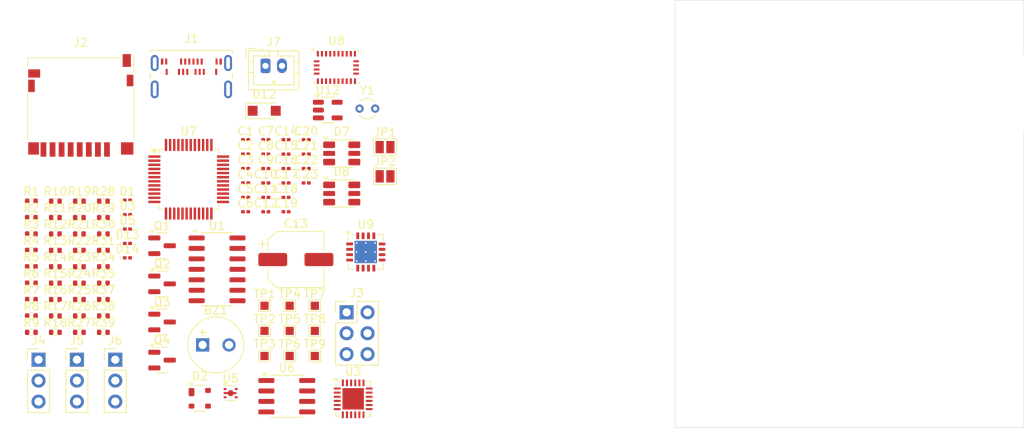
<source format=kicad_pcb>
(kicad_pcb (version 20241229) (generator "pcbnew") (generator_version "9.0")
  (layers (0 "F.Cu" signal) (4 "In1.Cu" signal) (6 "In2.Cu" signal) (2 "B.Cu" signal) (13 "F.Paste" user) (15 "B.Paste" user) (5 "F.SilkS" user "F.Silkscreen") (7 "B.SilkS" user "B.Silkscreen") (1 "F.Mask" user) (3 "B.Mask" user) (25 "Edge.Cuts" user))
  (net 0 "")
  (net 1 "GND")
  (net 2 "+3.3V")
  (net 3 "UPDI")
  (net 4 "CD")
  (net 5 "TX0")
  (net 6 "RX0")
  (net 7 "SDA")
  (net 8 "SCL")
  (net 9 "EJEC_SERVO")
  (net 10 "PA1{slash}MOSI")
  (net 11 "D5")
  (net 12 "D6")
  (net 13 "BUZZER")
  (net 14 "PA0{slash}MISO")
  (net 15 "D4")
  (net 16 "HOLD")
  (net 17 "PORT_SERVO")
  (net 18 "STAR_BLUE")
  (net 19 "STAR_SERVO")
  (net 20 "PORT_GREEN")
  (net 21 "PORT_RED")
  (net 22 "PORT_BLUE")
  (net 23 "+5V")
  (net 24 "Net-(J1-CC2)")
  (net 25 "Net-(D3-K)")
  (net 26 "Net-(D3-A)")
  (net 27 "Net-(D5-A)")
  (net 28 "/RX_UPDI")
  (net 29 "Net-(U9-FB)")
  (net 30 "PA3{slash}SS")
  (net 31 "WP")
  (net 32 "Net-(J1-CC1)")
  (net 33 "D7")
  (net 34 "PA2{slash}SCK")
  (net 35 "STAR_GREEN")
  (net 36 "STAR_RED")
  (net 37 "Net-(L1-Pad2)")
  (net 38 "/TX_UPDI")
  (net 39 "TEMP_SENSOR")
  (net 41 "Net-(JP1-A)")
  (net 42 "INT")
  (net 46 "Net-(BZ1--)")
  (net 47 "VBUS")
  (net 48 "Net-(U8-CAP)")
  (net 49 "Net-(U8-XOUT32)")
  (net 50 "Net-(U8-XIN32)")
  (net 51 "Net-(J7-Pin_1)")
  (net 52 "Net-(U12-EN)")
  (net 53 "Net-(D12-K)")
  (net 54 "Net-(U11-SS{slash}TR)")
  (net 55 "Net-(D1-A)")
  (net 56 "Net-(D2-I{slash}O1)")
  (net 57 "Net-(D2-I{slash}O2)")
  (net 58 "Net-(D5-K)")
  (net 59 "Net-(D7-BA)")
  (net 60 "Net-(D7-GA)")
  (net 61 "Net-(D7-RA)")
  (net 62 "Net-(D8-RA)")
  (net 63 "Net-(D8-GA)")
  (net 64 "Net-(D8-BA)")
  (net 65 "Net-(D13-A)")
  (net 66 "Net-(D14-A)")
  (net 71 "Net-(J2-DAT0)")
  (net 73 "Net-(J2-CMD)")
  (net 74 "Net-(J2-DAT1)")
  (net 75 "Net-(J2-CLK)")
  (net 76 "Net-(J3-Pin_6)")
  (net 77 "Net-(J3-Pin_3)")
  (net 78 "Net-(J3-Pin_2)")
  (net 79 "Net-(U8-~{RESET})")
  (net 80 "Net-(U9-LBI)")
  (net 81 "Net-(U11-FB)")
  (net 82 "Net-(U8-~{BOOT_LOAD_PIN})")
  (net 98 "BACKUP_SERVO")
  (footprint "Capacitor_SMD:C_0201_0603Metric" (layer "F.Cu") (at 207.5225 175)
    (property "Reference" "C14" (at 0 -1.05 0) (layer "F.SilkS"))
    (property "Value" "10uF")
    (pad "1" smd roundrect (at -0.32 0) (size 0.46 0.4) (layers "F.Cu" "F.Mask") (net 53 "Net-(D12-K)"))
    (pad "2" smd roundrect (at 0.32 0) (size 0.46 0.4) (layers "F.Cu" "F.Mask") (net 1 "GND"))
  )
  (footprint "Package_TO_SOT_SMD:SOT-23" (layer "F.Cu") (at 192.4925 192.5)
    (property "Reference" "Q2" (at 0 -2.4 0) (layer "F.SilkS"))
    (property "Value" "BSS138")
    (pad "1" smd roundrect (at -0.9375 -0.95) (size 1.475 0.6) (layers "F.Cu" "F.Mask" "F.Paste") (net 2 "+3.3V"))
    (pad "2" smd roundrect (at -0.9375 0.95) (size 1.475 0.6) (layers "F.Cu" "F.Mask" "F.Paste") (net 58 "Net-(D5-K)"))
    (pad "3" smd roundrect (at 0.9375 0) (size 1.475 0.6) (layers "F.Cu" "F.Mask" "F.Paste") (net 5 "TX0"))
  )
  (footprint "Resistor_SMD:R_0402_1005Metric" (layer "F.Cu") (at 182.4725 186.44)
    (property "Reference" "R21" (at 0 -1.17 0) (layer "F.SilkS"))
    (property "Value" "220")
    (pad "1" smd roundrect (at -0.51 0) (size 0.54 0.64) (layers "F.Cu" "F.Mask" "F.Paste") (net 18 "STAR_BLUE"))
    (pad "2" smd roundrect (at 0.51 0) (size 0.54 0.64) (layers "F.Cu" "F.Mask" "F.Paste") (net 59 "Net-(D7-BA)"))
  )
  (footprint "Resistor_SMD:R_0402_1005Metric" (layer "F.Cu") (at 176.6525 182.46)
    (property "Reference" "R1" (at 0 -1.17 0) (layer "F.SilkS"))
    (property "Value" "2k2")
    (pad "1" smd roundrect (at -0.51 0) (size 0.54 0.64) (layers "F.Cu" "F.Mask" "F.Paste") (net 2 "+3.3V"))
    (pad "2" smd roundrect (at 0.51 0) (size 0.54 0.64) (layers "F.Cu" "F.Mask" "F.Paste") (net 7 "SDA"))
  )
  (footprint "Capacitor_SMD:C_0201_0603Metric" (layer "F.Cu") (at 202.6225 180.25)
    (property "Reference" "C4" (at 0 -1.05 0) (layer "F.SilkS"))
    (property "Value" "22pF")
    (pad "1" smd roundrect (at -0.32 0) (size 0.46 0.4) (layers "F.Cu" "F.Mask") (net 49 "Net-(U8-XOUT32)"))
    (pad "2" smd roundrect (at 0.32 0) (size 0.46 0.4) (layers "F.Cu" "F.Mask") (net 1 "GND"))
  )
  (footprint "Resistor_SMD:R_0402_1005Metric" (layer "F.Cu") (at 179.5625 192.41)
    (property "Reference" "R15" (at 0 -1.17 0) (layer "F.SilkS"))
    (property "Value" "R")
    (pad "1" smd roundrect (at -0.51 0) (size 0.54 0.64) (layers "F.Cu" "F.Mask" "F.Paste") (net 38 "/TX_UPDI"))
    (pad "2" smd roundrect (at 0.51 0) (size 0.54 0.64) (layers "F.Cu" "F.Mask" "F.Paste") (net 3 "UPDI"))
  )
  (footprint "Package_SO:SOIC-8_3.9x4.9mm_P1.27mm" (layer "F.Cu") (at 207.6125 206.13)
    (property "Reference" "U6" (at 0 -3.4 0) (layer "F.SilkS"))
    (property "Value" "AT25DF641A-SH-T")
    (pad "1" smd roundrect (at -2.475 -1.905) (size 1.95 0.6) (layers "F.Cu" "F.Mask" "F.Paste") (net 30 "PA3{slash}SS"))
    (pad "2" smd roundrect (at -2.475 -0.635) (size 1.95 0.6) (layers "F.Cu" "F.Mask" "F.Paste") (net 14 "PA0{slash}MISO"))
    (pad "3" smd roundrect (at -2.475 0.635) (size 1.95 0.6) (layers "F.Cu" "F.Mask" "F.Paste") (net 31 "WP"))
    (pad "4" smd roundrect (at -2.475 1.905) (size 1.95 0.6) (layers "F.Cu" "F.Mask" "F.Paste") (net 1 "GND"))
    (pad "5" smd roundrect (at 2.475 1.905) (size 1.95 0.6) (layers "F.Cu" "F.Mask" "F.Paste") (net 10 "PA1{slash}MOSI"))
    (pad "6" smd roundrect (at 2.475 0.635) (size 1.95 0.6) (layers "F.Cu" "F.Mask" "F.Paste") (net 34 "PA2{slash}SCK"))
    (pad "7" smd roundrect (at 2.475 -0.635) (size 1.95 0.6) (layers "F.Cu" "F.Mask" "F.Paste") (net 16 "HOLD"))
    (pad "8" smd roundrect (at 2.475 -1.905) (size 1.95 0.6) (layers "F.Cu" "F.Mask" "F.Paste") (net 2 "+3.3V"))
  )
  (footprint "Resistor_SMD:R_0402_1005Metric" (layer "F.Cu") (at 182.4725 194.4)
    (property "Reference" "R25" (at 0 -1.17 0) (layer "F.SilkS"))
    (property "Value" "220")
    (pad "1" smd roundrect (at -0.51 0) (size 0.54 0.64) (layers "F.Cu" "F.Mask" "F.Paste") (net 62 "Net-(D8-RA)"))
    (pad "2" smd roundrect (at 0.51 0) (size 0.54 0.64) (layers "F.Cu" "F.Mask" "F.Paste") (net 21 "PORT_RED"))
  )
  (footprint "Resistor_SMD:R_0402_1005Metric" (layer "F.Cu") (at 176.6525 188.43)
    (property "Reference" "R4" (at 0 -1.17 0) (layer "F.SilkS"))
    (property "Value" "330")
    (pad "1" smd roundrect (at -0.51 0) (size 0.54 0.64) (layers "F.Cu" "F.Mask" "F.Paste") (net 55 "Net-(D1-A)"))
    (pad "2" smd roundrect (at 0.51 0) (size 0.54 0.64) (layers "F.Cu" "F.Mask" "F.Paste") (net 47 "VBUS"))
  )
  (footprint "Resistor_SMD:R_0402_1005Metric" (layer "F.Cu") (at 176.6525 198.38)
    (property "Reference" "R9" (at 0 -1.17 0) (layer "F.SilkS"))
    (property "Value" "4k7")
    (pad "1" smd roundrect (at -0.51 0) (size 0.54 0.64) (layers "F.Cu" "F.Mask" "F.Paste") (net 2 "+3.3V"))
    (pad "2" smd roundrect (at 0.51 0) (size 0.54 0.64) (layers "F.Cu" "F.Mask" "F.Paste") (net 77 "Net-(J3-Pin_3)"))
  )
  (footprint "Capacitor_SMD:C_0201_0603Metric" (layer "F.Cu") (at 205.0725 176.75)
    (property "Reference" "C8" (at 0 -1.05 0) (layer "F.SilkS"))
    (property "Value" "10u")
    (pad "1" smd roundrect (at -0.32 0) (size 0.46 0.4) (layers "F.Cu" "F.Mask") (net 51 "Net-(J7-Pin_1)"))
    (pad "2" smd roundrect (at 0.32 0) (size 0.46 0.4) (layers "F.Cu" "F.Mask") (net 1 "GND"))
  )
  (footprint "Resistor_SMD:R_0402_1005Metric" (layer "F.Cu") (at 182.4725 184.45)
    (property "Reference" "R20" (at 0 -1.17 0) (layer "F.SilkS"))
    (property "Value" "4k7")
    (pad "1" smd roundrect (at -0.51 0) (size 0.54 0.64) (layers "F.Cu" "F.Mask" "F.Paste") (net 2 "+3.3V"))
    (pad "2" smd roundrect (at 0.51 0) (size 0.54 0.64) (layers "F.Cu" "F.Mask" "F.Paste") (net 6 "RX0"))
  )
  (footprint "Capacitor_SMD:C_0201_0603Metric" (layer "F.Cu") (at 202.6225 178.5)
    (property "Reference" "C3" (at 0 -1.05 0) (layer "F.SilkS"))
    (property "Value" "0.1uF")
    (pad "1" smd roundrect (at -0.32 0) (size 0.46 0.4) (layers "F.Cu" "F.Mask") (net 48 "Net-(U8-CAP)"))
    (pad "2" smd roundrect (at 0.32 0) (size 0.46 0.4) (layers "F.Cu" "F.Mask") (net 1 "GND"))
  )
  (footprint "Resistor_SMD:R_0402_1005Metric" (layer "F.Cu") (at 185.3825 188.43)
    (property "Reference" "R31" (at 0 -1.17 0) (layer "F.SilkS"))
    (property "Value" "10k")
    (pad "1" smd roundrect (at -0.51 0) (size 0.54 0.64) (layers "F.Cu" "F.Mask" "F.Paste") (net 2 "+3.3V"))
    (pad "2" smd roundrect (at 0.51 0) (size 0.54 0.64) (layers "F.Cu" "F.Mask" "F.Paste") (net 30 "PA3{slash}SS"))
  )
  (footprint "Resistor_SMD:R_0402_1005Metric" (layer "F.Cu") (at 185.3825 184.45)
    (property "Reference" "R29" (at 0 -1.17 0) (layer "F.SilkS"))
    (property "Value" "315k")
    (pad "1" smd roundrect (at -0.51 0) (size 0.54 0.64) (layers "F.Cu" "F.Mask" "F.Paste") (net 23 "+5V"))
    (pad "2" smd roundrect (at 0.51 0) (size 0.54 0.64) (layers "F.Cu" "F.Mask" "F.Paste") (net 29 "Net-(U9-FB)"))
  )
  (footprint "Resistor_SMD:R_0402_1005Metric" (layer "F.Cu") (at 185.3825 196.39)
    (property "Reference" "R38" (at 0 -1.17 0) (layer "F.SilkS"))
    (property "Value" "100")
    (pad "1" smd roundrect (at -0.51 0) (size 0.54 0.64) (layers "F.Cu" "F.Mask" "F.Paste") (net 52 "Net-(U12-EN)"))
    (pad "2" smd roundrect (at 0.51 0) (size 0.54 0.64) (layers "F.Cu" "F.Mask" "F.Paste") (net 65 "Net-(D13-A)"))
  )
  (footprint "Package_TO_SOT_SMD:SOT-23-5" (layer "F.Cu") (at 212.5825 171.405)
    (property "Reference" "U12" (at 0 -2.4 0) (layer "F.SilkS"))
    (property "Value" "AP2112K-3.3")
    (pad "1" smd roundrect (at -1.1375 -0.95) (size 1.325 0.6) (layers "F.Cu" "F.Mask" "F.Paste") (net 52 "Net-(U12-EN)"))
    (pad "2" smd roundrect (at -1.1375 0) (size 1.325 0.6) (layers "F.Cu" "F.Mask" "F.Paste") (net 1 "GND"))
    (pad "3" smd roundrect (at -1.1375 0.95) (size 1.325 0.6) (layers "F.Cu" "F.Mask" "F.Paste") (net 52 "Net-(U12-EN)"))
    (pad "4" smd roundrect (at 1.1375 0.95) (size 1.325 0.6) (layers "F.Cu" "F.Mask" "F.Paste"))
    (pad "5" smd roundrect (at 1.1375 -0.95) (size 1.325 0.6) (layers "F.Cu" "F.Mask" "F.Paste") (net 2 "+3.3V"))
  )
  (footprint "Connector_PinHeader_2.54mm:PinHeader_1x03_P2.54mm_Vertical" (layer "F.Cu") (at 186.8225 201.7)
    (property "Reference" "J6" (at 0 -2.33 0) (layer "F.SilkS"))
    (property "Value" "Conn_01x03")
    (pad "1" thru_hole rect (at 0 0) (size 1.7 1.7) (drill 1) (layers "*.Cu" "*.Mask") (net 9 "EJEC_SERVO"))
    (pad "2" thru_hole oval (at 0 2.54) (size 1.7 1.7) (drill 1) (layers "*.Cu" "*.Mask") (net 23 "+5V"))
    (pad "3" thru_hole oval (at 0 5.08) (size 1.7 1.7) (drill 1) (layers "*.Cu" "*.Mask") (net 1 "GND"))
  )
  (footprint "Resistor_SMD:R_0402_1005Metric" (layer "F.Cu") (at 179.5625 184.45)
    (property "Reference" "R11" (at 0 -1.17 0) (layer "F.SilkS"))
    (property "Value" "330")
    (pad "1" smd roundrect (at -0.51 0) (size 0.54 0.64) (layers "F.Cu" "F.Mask" "F.Paste") (net 2 "+3.3V"))
    (pad "2" smd roundrect (at 0.51 0) (size 0.54 0.64) (layers "F.Cu" "F.Mask" "F.Paste") (net 26 "Net-(D3-A)"))
  )
  (footprint "Capacitor_SMD:C_0201_0603Metric" (layer "F.Cu") (at 202.6225 183.75)
    (property "Reference" "C6" (at 0 -1.05 0) (layer "F.SilkS"))
    (property "Value" "0.1uF")
    (pad "1" smd roundrect (at -0.32 0) (size 0.46 0.4) (layers "F.Cu" "F.Mask") (net 2 "+3.3V"))
    (pad "2" smd roundrect (at 0.32 0) (size 0.46 0.4) (layers "F.Cu" "F.Mask") (net 1 "GND"))
  )
  (footprint "Resistor_SMD:R_0402_1005Metric" (layer "F.Cu") (at 182.4725 188.43)
    (property "Reference" "R22" (at 0 -1.17 0) (layer "F.SilkS"))
    (property "Value" "220")
    (pad "1" smd roundrect (at -0.51 0) (size 0.54 0.64) (layers "F.Cu" "F.Mask" "F.Paste") (net 36 "STAR_RED"))
    (pad "2" smd roundrect (at 0.51 0) (size 0.54 0.64) (layers "F.Cu" "F.Mask" "F.Paste") (net 61 "Net-(D7-RA)"))
  )
  (footprint "Package_DFN_QFN:QFN-24-1EP_4x4mm_P0.5mm_EP2.6x2.6mm" (layer "F.Cu") (at 215.6625 206.45)
    (property "Reference" "U3" (at 0 -3.3 0) (layer "F.SilkS"))
    (property "Value" "ATSAMD11D14A-M")
    (pad "1" smd roundrect (at -1.9375 -1.25) (size 0.825 0.25) (layers "F.Cu" "F.Mask" "F.Paste"))
    (pad "2" smd roundrect (at -1.9375 -0.75) (size 0.825 0.25) (layers "F.Cu" "F.Mask" "F.Paste"))
    (pad "3" smd roundrect (at -1.9375 -0.25) (size 0.825 0.25) (layers "F.Cu" "F.Mask" "F.Paste"))
    (pad "4" smd roundrect (at -1.9375 0.25) (size 0.825 0.25) (layers "F.Cu" "F.Mask" "F.Paste"))
    (pad "5" smd roundrect (at -1.9375 0.75) (size 0.825 0.25) (layers "F.Cu" "F.Mask" "F.Paste"))
    (pad "6" smd roundrect (at -1.9375 1.25) (size 0.825 0.25) (layers "F.Cu" "F.Mask" "F.Paste"))
    (pad "7" smd roundrect (at -1.25 1.9375) (size 0.25 0.825) (layers "F.Cu" "F.Mask" "F.Paste"))
    (pad "8" smd roundrect (at -0.75 1.9375) (size 0.25 0.825) (layers "F.Cu" "F.Mask" "F.Paste"))
    (pad "9" smd roundrect (at -0.25 1.9375) (size 0.25 0.825) (layers "F.Cu" "F.Mask" "F.Paste"))
    (pad "10" smd roundrect (at 0.25 1.9375) (size 0.25 0.825) (layers "F.Cu" "F.Mask" "F.Paste"))
    (pad "11" smd roundrect (at 0.75 1.9375) (size 0.25 0.825) (layers "F.Cu" "F.Mask" "F.Paste") (net 38 "/TX_UPDI"))
    (pad "12" smd roundrect (at 1.25 1.9375) (size 0.25 0.825) (layers "F.Cu" "F.Mask" "F.Paste") (net 28 "/RX_UPDI"))
    (pad "13" smd roundrect (at 1.9375 1.25) (size 0.825 0.25) (layers "F.Cu" "F.Mask" "F.Paste"))
    (pad "14" smd roundrect (at 1.9375 0.75) (size 0.825 0.25) (layers "F.Cu" "F.Mask" "F.Paste"))
    (pad "15" smd roundrect (at 1.9375 0.25) (size 0.825 0.25) (layers "F.Cu" "F.Mask" "F.Paste") (net 25 "Net-(D3-K)"))
    (pad "16" smd roundrect (at 1.9375 -0.25) (size 0.825 0.25) (layers "F.Cu" "F.Mask" "F.Paste") (net 58 "Net-(D5-K)"))
    (pad "17" smd roundrect (at 1.9375 -0.75) (size 0.825 0.25) (layers "F.Cu" "F.Mask" "F.Paste"))
    (pad "18" smd roundrect (at 1.9375 -1.25) (size 0.825 0.25) (layers "F.Cu" "F.Mask" "F.Paste") (net 76 "Net-(J3-Pin_6)"))
    (pad "19" smd roundrect (at 1.25 -1.9375) (size 0.25 0.825) (layers "F.Cu" "F.Mask" "F.Paste") (net 77 "Net-(J3-Pin_3)"))
    (pad "20" smd roundrect (at 0.75 -1.9375) (size 0.25 0.825) (layers "F.Cu" "F.Mask" "F.Paste") (net 78 "Net-(J3-Pin_2)"))
    (pad "21" smd roundrect (at 0.25 -1.9375) (size 0.25 0.825) (layers "F.Cu" "F.Mask" "F.Paste") (net 57 "Net-(D2-I{slash}O2)"))
    (pad "22" smd roundrect (at -0.25 -1.9375) (size 0.25 0.825) (layers "F.Cu" "F.Mask" "F.Paste") (net 56 "Net-(D2-I{slash}O1)"))
    (pad "23" smd roundrect (at -0.75 -1.9375) (size 0.25 0.825) (layers "F.Cu" "F.Mask" "F.Paste") (net 1 "GND"))
    (pad "24" smd roundrect (at -1.25 -1.9375) (size 0.25 0.825) (layers "F.Cu" "F.Mask" "F.Paste") (net 2 "+3.3V"))
    (pad "25" smd rect (at 0 0) (size 2.6 2.6) (property pad_prop_heatsink) (layers "F.Cu" "F.Mask"))
  )
  (footprint "TestPoint:TestPoint_Pad_1.0x1.0mm" (layer "F.Cu") (at 211.0125 201.25)
    (property "Reference" "TP9" (at 0 -1.448 0) (layer "F.SilkS"))
    (property "Value" "TestPoint")
    (pad "1" smd rect (at 0 0) (size 1 1) (layers "F.Cu" "F.Mask") (net 7 "SDA"))
  )
  (footprint "LED_SMD:LED_ROHM_SMLVN6" (layer "F.Cu") (at 214.2725 176.665)
    (property "Reference" "D7" (at 0 -2.65 0) (layer "F.SilkS"))
    (property "Value" "SMLVN6RGB")
    (pad "1" smd roundrect (at -1.525 -1.05) (size 1.45 0.8) (layers "F.Cu" "F.Mask" "F.Paste") (roundrect_rratio 0.2) (net 59 "Net-(D7-BA)"))
    (pad "2" smd roundrect (at -1.525 0) (size 1.45 0.6) (layers "F.Cu" "F.Mask" "F.Paste") (roundrect_rratio 0.2) (net 61 "Net-(D7-RA)"))
    (pad "3" smd roundrect (at -1.525 1.05) (size 1.45 0.8) (layers "F.Cu" "F.Mask" "F.Paste") (roundrect_rratio 0.2) (net 60 "Net-(D7-GA)"))
    (pad "4" smd roundrect (at 1.525 1.05) (size 1.45 0.8) (layers "F.Cu" "F.Mask" "F.Paste") (roundrect_rratio 0.2) (net 1 "GND"))
    (pad "5" smd roundrect (at 1.525 0) (size 1.45 0.6) (layers "F.Cu" "F.Mask" "F.Paste") (roundrect_rratio 0.2) (net 1 "GND"))
    (pad "6" smd roundrect (at 1.525 -1.05) (size 1.45 0.8) (layers "F.Cu" "F.Mask" "F.Paste") (roundrect_rratio 0.2) (net 1 "GND"))
  )
  (footprint "Capacitor_SMD:C_0201_0603Metric" (layer "F.Cu") (at 202.6225 175)
    (property "Reference" "C1" (at 0 -1.05 0) (layer "F.SilkS"))
    (property "Value" "4n7")
    (pad "1" smd roundrect (at -0.32 0) (size 0.46 0.4) (layers "F.Cu" "F.Mask") (net 1 "GND"))
    (pad "2" smd roundrect (at 0.32 0) (size 0.46 0.4) (layers "F.Cu" "F.Mask") (net 47 "VBUS"))
  )
  (footprint "Resistor_SMD:R_0402_1005Metric" (layer "F.Cu") (at 185.3825 192.41)
    (property "Reference" "R35" (at 0 -1.17 0) (layer "F.SilkS"))
    (property "Value" "124k")
    (pad "1" smd roundrect (at -0.51 0) (size 0.54 0.64) (layers "F.Cu" "F.Mask" "F.Paste") (net 52 "Net-(U12-EN)"))
    (pad "2" smd roundrect (at 0.51 0) (size 0.54 0.64) (layers "F.Cu" "F.Mask" "F.Paste") (net 81 "Net-(U11-FB)"))
  )
  (footprint "Connector_PinHeader_2.54mm:PinHeader_1x03_P2.54mm_Vertical" (layer "F.Cu") (at 182.1725 201.7)
    (property "Reference" "J5" (at 0 -2.33 0) (layer "F.SilkS"))
    (property "Value" "Conn_01x03")
    (pad "1" thru_hole rect (at 0 0) (size 1.7 1.7) (drill 1) (layers "*.Cu" "*.Mask") (net 19 "STAR_SERVO"))
    (pad "2" thru_hole oval (at 0 2.54) (size 1.7 1.7) (drill 1) (layers "*.Cu" "*.Mask") (net 23 "+5V"))
    (pad "3" thru_hole oval (at 0 5.08) (size 1.7 1.7) (drill 1) (layers "*.Cu" "*.Mask") (net 1 "GND"))
  )
  (footprint "Resistor_SMD:R_0402_1005Metric" (layer "F.Cu") (at 185.3825 190.42)
    (property "Reference" "R34" (at 0 -1.17 0) (layer "F.SilkS"))
    (property "Value" "2k2")
    (pad "1" smd roundrect (at -0.51 0) (size 0.54 0.64) (layers "F.Cu" "F.Mask" "F.Paste") (net 13 "BUZZER"))
    (pad "2" smd roundrect (at 0.51 0) (size 0.54 0.64) (layers "F.Cu" "F.Mask" "F.Paste") (net 1 "GND"))
  )
  (footprint "Resistor_SMD:R_0402_1005Metric" (layer "F.Cu") (at 176.6525 196.39)
    (property "Reference" "R8" (at 0 -1.17 0) (layer "F.SilkS"))
    (property "Value" "4k7")
    (pad "1" smd roundrect (at -0.51 0) (size 0.54 0.64) (layers "F.Cu" "F.Mask" "F.Paste") (net 2 "+3.3V"))
    (pad "2" smd roundrect (at 0.51 0) (size 0.54 0.64) (layers "F.Cu" "F.Mask" "F.Paste") (net 76 "Net-(J3-Pin_6)"))
  )
  (footprint "Resistor_SMD:R_0402_1005Metric" (layer "F.Cu") (at 179.5625 190.42)
    (property "Reference" "R14" (at 0 -1.17 0) (layer "F.SilkS"))
    (property "Value" "4k7")
    (pad "1" smd roundrect (at -0.51 0) (size 0.54 0.64) (layers "F.Cu" "F.Mask" "F.Paste") (net 2 "+3.3V"))
    (pad "2" smd roundrect (at 0.51 0) (size 0.54 0.64) (layers "F.Cu" "F.Mask" "F.Paste") (net 38 "/TX_UPDI"))
  )
  (footprint "Resistor_SMD:R_0402_1005Metric" (layer "F.Cu") (at 182.4725 196.39)
    (property "Reference" "R26" (at 0 -1.17 0) (layer "F.SilkS"))
    (property "Value" "220")
    (pad "1" smd roundrect (at -0.51 0) (size 0.54 0.64) (layers "F.Cu" "F.Mask" "F.Paste") (net 63 "Net-(D8-GA)"))
    (pad "2" smd roundrect (at 0.51 0) (size 0.54 0.64) (layers "F.Cu" "F.Mask" "F.Paste") (net 20 "PORT_GREEN"))
  )
  (footprint "Connector_Card:microSD_HC_Hirose_DM3D-SF" (layer "F.Cu") (at 182.6425 170.84)
    (property "Reference" "J2" (at -0.025 -7.625 0) (layer "F.SilkS"))
    (property "Value" "Micro_SD_Card_Det1")
    (pad "1" smd rect (at 3.175 5.35) (size 0.7 1.75) (layers "F.Cu" "F.Mask" "F.Paste"))
    (pad "2" smd rect (at 2.075 5.35) (size 0.7 1.75) (layers "F.Cu" "F.Mask" "F.Paste"))
    (pad "3" smd rect (at 0.975 5.35) (size 0.7 1.75) (layers "F.Cu" "F.Mask" "F.Paste") (net 73 "Net-(J2-CMD)"))
    (pad "4" smd rect (at -0.125 5.35) (size 0.7 1.75) (layers "F.Cu" "F.Mask" "F.Paste") (net 2 "+3.3V"))
    (pad "5" smd rect (at -1.225 5.35) (size 0.7 1.75) (layers "F.Cu" "F.Mask" "F.Paste") (net 75 "Net-(J2-CLK)"))
    (pad "6" smd rect (at -2.325 5.35) (size 0.7 1.75) (layers "F.Cu" "F.Mask" "F.Paste") (net 2 "+3.3V"))
    (pad "7" smd rect (at -3.425 5.35) (size 0.7 1.75) (layers "F.Cu" "F.Mask" "F.Paste") (net 71 "Net-(J2-DAT0)"))
    (pad "8" smd rect (at -4.525 5.35) (size 0.7 1.75) (layers "F.Cu" "F.Mask" "F.Paste") (net 74 "Net-(J2-DAT1)"))
    (pad "9" smd rect (at -5.65 -3.875) (size 1.45 1) (layers "F.Cu" "F.Mask" "F.Paste") (net 4 "CD"))
    (pad "10" smd rect (at 5.575 -5.45) (size 1 1.55) (layers "F.Cu" "F.Mask" "F.Paste") (net 1 "GND"))
    (pad "11" smd rect (at -5.975 -2.375) (size 0.8 1.5) (layers "F.Cu" "F.Mask" "F.Paste"))
    (pad "11" smd rect (at -5.725 5.225) (size 1.3 1.5) (layers "F.Cu" "F.Mask" "F.Paste"))
    (pad "11" smd rect (at 5.625 5.225) (size 1.5 1.5) (layers "F.Cu" "F.Mask" "F.Paste"))
    (pad "11" smd rect (at 5.975 -3.025) (size 0.8 1.4) (layers "F.Cu" "F.Mask" "F.Paste"))
  )
  (footprint "Resistor_SMD:R_0402_1005Metric" (layer "F.Cu") (at 179.5625 198.38)
    (property "Reference" "R18" (at 0 -1.17 0) (layer "F.SilkS"))
    (property "Value" "4k7")
    (pad "1" smd roundrect (at -0.51 0) (size 0.54 0.64) (layers "F.Cu" "F.Mask" "F.Paste") (net 2 "+3.3V"))
    (pad "2" smd roundrect (at 0.51 0) (size 0.54 0.64) (layers "F.Cu" "F.Mask" "F.Paste") (net 5 "TX0"))
  )
  (footprint "LED_SMD:LED_0201_0603Metric" (layer "F.Cu") (at 188.2975 184.09)
    (property "Reference" "D3" (at 0 -1.05 0) (layer "F.SilkS"))
    (property "Value" "LED")
    (pad "1" smd roundrect (at -0.32 0) (size 0.46 0.4) (layers "F.Cu" "F.Mask") (net 25 "Net-(D3-K)"))
    (pad "2" smd roundrect (at 0.32 0) (size 0.46 0.4) (layers "F.Cu" "F.Mask") (net 26 "Net-(D3-A)"))
  )
  (footprint "Capacitor_SMD:C_0201_0603Metric" (layer "F.Cu") (at 209.9725 176.75)
    (property "Reference" "C21" (at 0 -1.05 0) (layer "F.SilkS"))
    (property "Value" "0.1uF")
    (pad "1" smd roundrect (at -0.32 0) (size 0.46 0.4) (layers "F.Cu" "F.Mask") (net 2 "+3.3V"))
    (pad "2" smd roundrect (at 0.32 0) (size 0.46 0.4) (layers "F.Cu" "F.Mask") (net 1 "GND"))
  )
  (footprint "TestPoint:TestPoint_Pad_1.0x1.0mm" (layer "F.Cu") (at 211.0125 195.15)
    (property "Reference" "TP7" (at 0 -1.448 0) (layer "F.SilkS"))
    (property "Value" "TestPoint")
    (pad "1" smd rect (at 0 0) (size 1 1) (layers "F.Cu" "F.Mask") (net 82 "Net-(U8-~{BOOT_LOAD_PIN})"))
  )
  (footprint "Resistor_SMD:R_0402_1005Metric" (layer "F.Cu") (at 182.4725 190.42)
    (property "Reference" "R23" (at 0 -1.17 0) (layer "F.SilkS"))
    (property "Value" "220")
    (pad "1" smd roundrect (at -0.51 0) (size 0.54 0.64) (layers "F.Cu" "F.Mask" "F.Paste") (net 35 "STAR_GREEN"))
    (pad "2" smd roundrect (at 0.51 0) (size 0.54 0.64) (layers "F.Cu" "F.Mask" "F.Paste") (net 60 "Net-(D7-GA)"))
  )
  (footprint "Resistor_SMD:R_0402_1005Metric" (layer "F.Cu") (at 179.5625 196.39)
    (property "Reference" "R17" (at 0 -1.17 0) (layer "F.SilkS"))
    (property "Value" "4k7")
    (pad "1" smd roundrect (at -0.51 0) (size 0.54 0.64) (layers "F.Cu" "F.Mask" "F.Paste") (net 2 "+3.3V"))
    (pad "2" smd roundrect (at 0.51 0) (size 0.54 0.64) (layers "F.Cu" "F.Mask" "F.Paste") (net 58 "Net-(D5-K)"))
  )
  (footprint "Resistor_SMD:R_0402_1005Metric" (layer "F.Cu") (at 176.6525 190.42)
    (property "Reference" "R5" (at 0 -1.17 0) (layer "F.SilkS"))
    (property "Value" "5k1")
    (pad "1" smd roundrect (at -0.51 0) (size 0.54 0.64) (layers "F.Cu" "F.Mask" "F.Paste") (net 32 "Net-(J1-CC1)"))
    (pad "2" smd roundrect (at 0.51 0) (size 0.54 0.64) (layers "F.Cu" "F.Mask" "F.Paste") (net 1 "GND"))
  )
  (footprint "TestPoint:TestPoint_Pad_1.0x1.0mm" (layer "F.Cu") (at 207.9625 195.15)
    (property "Reference" "TP4" (at 0 -1.448 0) (layer "F.SilkS"))
    (property "Value" "TestPoint")
    (pad "1" smd rect (at 0 0) (size 1 1) (layers "F.Cu" "F.Mask") (net 57 "Net-(D2-I{slash}O2)"))
  )
  (footprint "LED_SMD:LED_ROHM_SMLVN6" (layer "F.Cu") (at 214.2725 181.53)
    (property "Reference" "D8" (at 0 -2.65 0) (layer "F.SilkS"))
    (property "Value" "SMLVN6RGB")
    (pad "1" smd roundrect (at -1.525 -1.05) (size 1.45 0.8) (layers "F.Cu" "F.Mask" "F.Paste") (roundrect_rratio 0.2) (net 64 "Net-(D8-BA)"))
    (pad "2" smd roundrect (at -1.525 0) (size 1.45 0.6) (layers "F.Cu" "F.Mask" "F.Paste") (roundrect_rratio 0.2) (net 62 "Net-(D8-RA)"))
    (pad "3" smd roundrect (at -1.525 1.05) (size 1.45 0.8) (layers "F.Cu" "F.Mask" "F.Paste") (roundrect_rratio 0.2) (net 63 "Net-(D8-GA)"))
    (pad "4" smd roundrect (at 1.525 1.05) (size 1.45 0.8) (layers "F.Cu" "F.Mask" "F.Paste") (roundrect_rratio 0.2) (net 1 "GND"))
    (pad "5" smd roundrect (at 1.525 0) (size 1.45 0.6) (layers "F.Cu" "F.Mask" "F.Paste") (roundrect_rratio 0.2) (net 1 "GND"))
    (pad "6" smd roundrect (at 1.525 -1.05) (size 1.45 0.8) (layers "F.Cu" "F.Mask" "F.Paste") (roundrect_rratio 0.2) (net 1 "GND"))
  )
  (footprint "Package_TO_SOT_SMD:SOT-143" (layer "F.Cu") (at 197.0625 206.385)
    (property "Reference" "D2" (at 0.02 -2.7 0) (layer "F.SilkS"))
    (property "Value" "PRTR5V0U2X")
    (pad "1" smd roundrect (at -1 -0.75) (size 0.7 1) (layers "F.Cu" "F.Mask" "F.Paste") (net 1 "GND"))
    (pad "2" smd roundrect (at -1 0.95) (size 0.7 0.6) (layers "F.Cu" "F.Mask" "F.Paste") (net 56 "Net-(D2-I{slash}O1)"))
    (pad "3" smd roundrect (at 1 0.95) (size 0.7 0.6) (layers "F.Cu" "F.Mask" "F.Paste") (net 57 "Net-(D2-I{slash}O2)"))
    (pad "4" smd roundrect (at 1 -0.95) (size 0.7 0.6) (layers "F.Cu" "F.Mask" "F.Paste") (net 47 "VBUS"))
  )
  (footprint "Resistor_SMD:R_0402_1005Metric" (layer "F.Cu") (at 179.5625 186.44)
    (property "Reference" "R12" (at 0 -1.17 0) (layer "F.SilkS"))
    (property "Value" "0")
    (pad "1" smd roundrect (at -0.51 0) (size 0.54 0.64) (layers "F.Cu" "F.Mask" "F.Paste") (net 28 "/RX_UPDI"))
    (pad "2" smd roundrect (at 0.51 0) (size 0.54 0.64) (layers "F.Cu" "F.Mask" "F.Paste") (net 38 "/TX_UPDI"))
  )
  (footprint "Resistor_SMD:R_0402_1005Metric" (layer "F.Cu") (at 185.3825 198.38)
    (property "Reference" "R39" (at 0 -1.17 0) (layer "F.SilkS"))
    (property "Value" "330")
    (pad "1" smd roundrect (at -0.51 0) (size 0.54 0.64) (layers "F.Cu" "F.Mask" "F.Paste") (net 2 "+3.3V"))
    (pad "2" smd roundrect (at 0.51 0) (size 0.54 0.64) (layers "F.Cu" "F.Mask" "F.Paste") (net 66 "Net-(D14-A)"))
  )
  (footprint "Capacitor_SMD:C_0201_0603Metric" (layer "F.Cu") (at 209.9725 178.5)
    (property "Reference" "C22" (at 0 -1.05 0) (layer "F.SilkS"))
    (property "Value" "C")
    (pad "1" smd roundrect (at -0.32 0) (size 0.46 0.4) (layers "F.Cu" "F.Mask") (net 1 "GND"))
    (pad "2" smd roundrect (at 0.32 0) (size 0.46 0.4) (layers "F.Cu" "F.Mask") (net 2 "+3.3V"))
  )
  (footprint "Capacitor_SMD:C_0201_0603Metric" (layer "F.Cu") (at 205.0725 175)
    (property "Reference" "C7" (at 0 -1.05 0) (layer "F.SilkS"))
    (property "Value" "0.1uF")
    (pad "1" smd roundrect (at -0.32 0) (size 0.46 0.4) (layers "F.Cu" "F.Mask") (net 1 "GND"))
    (pad "2" smd roundrect (at 0.32 0) (size 0.46 0.4) (layers "F.Cu" "F.Mask") (net 2 "+3.3V"))
  )
  (footprint "Capacitor_SMD:C_0201_0603Metric" (layer "F.Cu") (at 202.6225 182)
    (property "Reference" "C5" (at 0 -1.05 0) (layer "F.SilkS"))
    (property "Value" "22p")
    (pad "1" smd roundrect (at -0.32 0) (size 0.46 0.4) (layers "F.Cu" "F.Mask") (net 50 "Net-(U8-XIN32)"))
    (pad "2" smd roundrect (at 0.32 0) (size 0.46 0.4) (layers "F.Cu" "F.Mask") (net 1 "GND"))
  )
  (footprint "Connector_PinHeader_2.54mm:PinHeader_2x03_P2.54mm_Vertical" (layer "F.Cu") (at 214.8625 195.95)
    (property "Reference" "J3" (at 1.27 -2.33 0) (layer "F.SilkS"))
    (property "Value" "Conn_02x03_Odd_Even")
    (pad "1" thru_hole rect (at 0 0) (size 1.7 1.7) (drill 1) (layers "*.Cu" "*.Mask") (net 2 "+3.3V"))
    (pad "2" thru_hole oval (at 2.54 0) (size 1.7 1.7) (drill 1) (layers "*.Cu" "*.Mask") (net 78 "Net-(J3-Pin_2)"))
    (pad "3" thru_hole oval (at 0 2.54) (size 1.7 1.7) (drill 1) (layers "*.Cu" "*.Mask") (net 77 "Net-(J3-Pin_3)"))
    (pad "4" thru_hole oval (at 2.54 2.54) (size 1.7 1.7) (drill 1) (layers "*.Cu" "*.Mask") (net 3 "UPDI"))
    (pad "5" thru_hole oval (at 0 5.08) (size 1.7 1.7) (drill 1) (layers "*.Cu" "*.Mask") (net 1 "GND"))
    (pad "6" thru_hole oval (at 2.54 5.08) (size 1.7 1.7) (drill 1) (layers "*.Cu" "*.Mask") (net 76 "Net-(J3-Pin_6)"))
  )
  (footprint "Connector_PinHeader_2.54mm:PinHeader_1x03_P2.54mm_Vertical" (layer "F.Cu") (at 177.5225 201.7)
    (property "Reference" "J4" (at 0 -2.33 0) (layer "F.SilkS"))
    (property "Value" "Conn_01x03")
    (pad "1" thru_hole rect (at 0 0) (size 1.7 1.7) (drill 1) (layers "*.Cu" "*.Mask") (net 17 "PORT_SERVO"))
    (pad "2" thru_hole oval (at 0 2.54) (size 1.7 1.7) (drill 1) (layers "*.Cu" "*.Mask") (net 23 "+5V"))
    (pad "3" thru_hole oval (at 0 5.08) (size 1.7 1.7) (drill 1) (layers "*.Cu" "*.Mask") (net 1 "GND"))
  )
  (footprint "Capacitor_SMD:C_0201_0603Metric" (layer "F.Cu") (at 209.9725 175)
    (property "Reference" "C20" (at 0 -1.05 0) (layer "F.SilkS"))
    (property "Value" "0.1uF")
    (pad "1" smd roundrect (at -0.32 0) (size 0.46 0.4) (layers "F.Cu" "F.Mask") (net 1 "GND"))
    (pad "2" smd roundrect (at 0.32 0) (size 0.46 0.4) (layers "F.Cu" "F.Mask") (net 2 "+3.3V"))
  )
  (footprint "Capacitor_SMD:C_0201_0603Metric" (layer "F.Cu") (at 207.5225 183.75)
    (property "Reference" "C19" (at 0 -1.05 0) (layer "F.SilkS"))
    (property "Value" "0.1uF")
    (pad "1" smd roundrect (at -0.32 0) (size 0.46 0.4) (layers "F.Cu" "F.Mask") (net 2 "+3.3V"))
    (pad "2" smd roundrect (at 0.32 0) (size 0.46 0.4) (layers "F.Cu" "F.Mask") (net 1 "GND"))
  )
  (footprint "Resistor_SMD:R_0402_1005Metric" (layer "F.Cu") (at 176.6525 194.4)
    (property "Reference" "R7" (at 0 -1.17 0) (layer "F.SilkS"))
    (property "Value" "4k7")
    (pad "1" smd roundrect (at -0.51 0) (size 0.54 0.64) (layers "F.Cu" "F.Mask" "F.Paste") (net 2 "+3.3V"))
    (pad "2" smd roundrect (at 0.51 0) (size 0.54 0.64) (layers "F.Cu" "F.Mask" "F.Paste") (net 7 "SDA"))
  )
  (footprint "Resistor_SMD:R_0402_1005Metric" (layer "F.Cu") (at 182.4725 198.38)
    (property "Reference" "R27" (at 0 -1.17 0) (layer "F.SilkS"))
    (property "Value" "100k")
    (pad "1" smd roundrect (at -0.51 0) (size 0.54 0.64) (layers "F.Cu" "F.Mask" "F.Paste") (net 51 "Net-(J7-Pin_1)"))
    (pad "2" smd roundrect (at 0.51 0) (size 0.54 0.64) (layers "F.Cu" "F.Mask" "F.Paste") (net 80 "Net-(U9-LBI)"))
  )
  (footprint "Package_TO_SOT_SMD:SOT-23" (layer "F.Cu") (at 192.4925 197.125)
    (property "Reference" "Q3" (at 0 -2.4 0) (layer "F.SilkS"))
    (property "Value" "BSS138")
    (pad "1" smd roundrect (at -0.9375 -0.95) (size 1.475 0.6) (layers "F.Cu" "F.Mask" "F.Paste") (net 2 "+3.3V"))
    (pad "2" smd roundrect (at -0.9375 0.95) (size 1.475 0.6) (layers "F.Cu" "F.Mask" "F.Paste") (net 25 "Net-(D3-K)"))
    (pad "3" smd roundrect (at 0.9375 0) (size 1.475 0.6) (layers "F.Cu" "F.Mask" "F.Paste") (net 6 "RX0"))
  )
  (footprint "Capacitor_SMD:C_0201_0603Metric" (layer "F.Cu") (at 207.5225 178.5)
    (property "Reference" "C16" (at 0 -1.05 0) (layer "F.SilkS"))
    (property "Value" "22uF")
    (pad "1" smd roundrect (at -0.32 0) (size 0.46 0.4) (layers "F.Cu" "F.Mask") (net 52 "Net-(U12-EN)"))
    (pad "2" smd roundrect (at 0.32 0) (size 0.46 0.4) (layers "F.Cu" "F.Mask") (net 1 "GND"))
  )
  (footprint "Package_TO_SOT_SMD:SOT-23" (layer "F.Cu") (at 192.4925 201.75)
    (property "Reference" "Q4" (at 0 -2.4 0) (layer "F.SilkS"))
    (property "Value" "BSS138")
    (pad "1" smd roundrect (at -0.9375 -0.95) (size 1.475 0.6) (layers "F.Cu" "F.Mask" "F.Paste") (net 13 "BUZZER"))
    (pad "2" smd roundrect (at -0.9375 0.95) (size 1.475 0.6) (layers "F.Cu" "F.Mask" "F.Paste") (net 1 "GND"))
    (pad "3" smd roundrect (at 0.9375 0) (size 1.475 0.6) (layers "F.Cu" "F.Mask" "F.Paste") (net 46 "Net-(BZ1--)"))
  )
  (footprint "Capacitor_SMD:C_0201_0603Metric" (layer "F.Cu") (at 205.0725 182)
    (property "Reference" "C11" (at 0 -1.05 0) (layer "F.SilkS"))
    (property "Value" "100nF")
    (pad "1" smd roundrect (at -0.32 0) (size 0.46 0.4) (layers "F.Cu" "F.Mask") (net 1 "GND"))
    (pad "2" smd roundrect (at 0.32 0) (size 0.46 0.4) (layers "F.Cu" "F.Mask") (net 2 "+3.3V"))
  )
  (footprint "Resistor_SMD:R_0402_1005Metric" (layer "F.Cu") (at 185.3825 186.44)
    (property "Reference" "R30" (at 0 -1.17 0) (layer "F.SilkS"))
    (property "Value" "100k")
    (pad "1" smd roundrect (at -0.51 0) (size 0.54 0.64) (layers "F.Cu" "F.Mask" "F.Paste") (net 29 "Net-(U9-FB)"))
    (pad "2" smd roundrect (at 0.51 0) (size 0.54 0.64) (layers "F.Cu" "F.Mask" "F.Paste") (net 1 "GND"))
  )
  (footprint "LED_SMD:LED_0201_0603Metric" (layer "F.Cu") (at 188.2975 187.59)
    (property "Reference" "D13" (at 0 -1.05 0) (layer "F.SilkS"))
    (property "Value" "LED")
    (pad "1" smd roundrect (at -0.32 0) (size 0.46 0.4) (layers "F.Cu" "F.Mask") (net 1 "GND"))
    (pad "2" smd roundrect (at 0.32 0) (size 0.46 0.4) (layers "F.Cu" "F.Mask") (net 65 "Net-(D13-A)"))
  )
  (footprint "Capacitor_SMD:C_0201_0603Metric" (layer "F.Cu") (at 209.9725 180.25)
    (property "Reference" "C23" (at 0 -1.05 0) (layer "F.SilkS"))
    (property "Value" "C")
    (pad "1" smd roundrect (at -0.32 0) (size 0.46 0.4) (layers "F.Cu" "F.Mask") (net 2 "+3.3V"))
    (pad "2" smd roundrect (at 0.32 0) (size 0.46 0.4) (layers "F.Cu" "F.Mask") (net 1 "GND"))
  )
  (footprint "TestPoint:TestPoint_Pad_1.0x1.0mm" (layer "F.Cu") (at 204.9125 195.15)
    (property "Reference" "TP1" (at 0 -1.448 0) (layer "F.SilkS"))
    (property "Value" "TestPoint")
    (pad "1" smd rect (at 0 0) (size 1 1) (layers "F.Cu" "F.Mask") (net 15 "D4"))
  )
  (footprint "Resistor_SMD:R_0402_1005Metric" (layer "F.Cu") (at 185.3825 182.46)
    (property "Reference" "R28" (at 0 -1.17 0) (layer "F.SilkS"))
    (property "Value" "100k")
    (pad "1" smd roundrect (at -0.51 0) (size 0.54 0.64) (layers "F.Cu" "F.Mask" "F.Paste") (net 80 "Net-(U9-LBI)"))
    (pad "2" smd roundrect (at 0.51 0) (size 0.54 0.64) (layers "F.Cu" "F.Mask" "F.Paste") (net 1 "GND"))
  )
  (footprint "Package_DFN_QFN:Texas_RSA_VQFN-16-1EP_4x4mm_P0.65mm_EP2.7x2.7mm_ThermalVias" (layer "F.Cu") (at 217.1925 188.63)
    (property "Reference" "U9" (at 0 -3.33 0) (layer "F.SilkS"))
    (property "Value" "TPS61092")
    (pad "1" smd roundrect (at -1.9625 -0.975) (size 0.825 0.35) (layers "F.Cu" "F.Mask" "F.Paste") (net 23 "+5V"))
    (pad "2" smd roundrect (at -1.9625 -0.325) (size 0.825 0.35) (layers "F.Cu" "F.Mask" "F.Paste"))
    (pad "3" smd roundrect (at -1.9625 0.325) (size 0.825 0.35) (layers "F.Cu" "F.Mask" "F.Paste") (net 37 "Net-(L1-Pad2)"))
    (pad "4" smd roundrect (at -1.9625 0.975) (size 0.825 0.35) (layers "F.Cu" "F.Mask" "F.Paste") (net 37 "Net-(L1-Pad2)"))
    (pad "5" smd roundrect (at -0.975 1.9625) (size 0.35 0.825) (layers "F.Cu" "F.Mask" "F.Paste") (net 1 "GND"))
    (pad "6" smd roundrect (at -0.325 1.9625) (size 0.35 0.825) (layers "F.Cu" "F.Mask" "F.Paste") (net 1 "GND"))
    (pad "7" smd roundrect (at 0.325 1.9625) (size 0.35 0.825) (layers "F.Cu" "F.Mask" "F.Paste") (net 1 "GND"))
    (pad "8" smd roundrect (at 0.975 1.9625) (size 0.35 0.825) (layers "F.Cu" "F.Mask" "F.Paste") (net 51 "Net-(J7-Pin_1)"))
    (pad "9" smd roundrect (at 1.9625 0.975) (size 0.825 0.35) (layers "F.Cu" "F.Mask" "F.Paste") (net 80 "Net-(U9-LBI)"))
    (pad "10" smd roundrect (at 1.9625 0.325) (size 0.825 0.35) (layers "F.Cu" "F.Mask" "F.Paste") (net 1 "GND"))
    (pad "11" smd roundrect (at 1.9625 -0.325) (size 0.825 0.35) (layers "F.Cu" "F.Mask" "F.Paste") (net 51 "Net-(J7-Pin_1)"))
    (pad "12" smd roundrect (at 1.9625 -0.975) (size 0.825 0.35) (layers "F.Cu" "F.Mask" "F.Paste"))
    (pad "13" smd roundrect (at 0.975 -1.9625) (size 0.35 0.825) (layers "F.Cu" "F.Mask" "F.Paste") (net 1 "GND"))
    (pad "14" smd roundrect (at 0.325 -1.9625) (size 0.35 0.825) (layers "F.Cu" "F.Mask" "F.Paste") (net 29 "Net-(U9-FB)"))
    (pad "15" smd roundrect (at -0.325 -1.9625) (size 0.35 0.825) (layers "F.Cu" "F.Mask" "F.Paste") (net 23 "+5V"))
    (pad "16" smd roundrect (at -0.975 -1.9625) (size 0.35 0.825) (layers "F.Cu" "F.Mask" "F.Paste") (net 23 "+5V"))
    (pad "17" thru_hole circle (at -1.1 -1.1) (size 0.5 0.5) (drill 0.2) (property pad_prop_heatsink) (layers "*.Cu") (net 1 "GND"))
    (pad "17" thru_hole circle (at -1.1 0) (size 0.5 0.5) (drill 0.2) (property pad_prop_heatsink) (layers "*.Cu") (net 1 "GND"))
    (pad "17" thru_hole circle (at -1.1 1.1) (size 0.5 0.5) (drill 0.2) (property pad_prop_heatsink) (layers "*.Cu") (net 1 "GND"))
    (pad "17" thru_hole circle (at 0 -1.1) (size 0.5 0.5) (drill 0.2) (property pad_prop_heatsink) (layers "*.Cu") (net 1 "GND"))
    (pad "17" thru_hole circle (at 0 0) (size 0.5 0.5) (drill 0.2) (property pad_prop_heatsink) (layers "*.Cu") (net 1 "GND"))
    (pad "17" smd rect (at 0 0) (size 2.7 2.7) (property pad_prop_heatsink) (layers "F.Cu" "F.Mask") (net 1 "GND"))
    (pad "17" smd rect (at 0 0) (size 2.7 2.7) (property pad_prop_heatsink) (layers "B.Cu") (net 1 "GND"))
    (pad "17" thru_hole circle (at 0 1.1) (size 0.5 0.5) (drill 0.2) (property pad_prop_heatsink) (layers "*.Cu") (net 1 "GND"))
    (pad "17" thru_hole circle (at 1.1 -1.1) (size 0.5 0.5) (drill 0.2) (property pad_prop_heatsink) (layers "*.Cu") (net 1 "GND"))
    (pad "17" thru_hole circle (at 1.1 0) (size 0.5 0.5) (drill 0.2) (property pad_prop_heatsink) (layers "*.Cu") (net 1 "GND"))
    (pad "17" thru_hole circle (at 1.1 1.1) (size 0.5 0.5) (drill 0.2) (property pad_prop_heatsink) (layers "*.Cu") (net 1 "GND"))
  )
  (footprint "Capacitor_SMD:C_0201_0603Metric" (layer "F.Cu") (at 205.0725 180.25)
    (property "Reference" "C10" (at 0 -1.05 0) (layer "F.SilkS"))
    (property "Value" "1uF")
    (pad "1" smd roundrect (at -0.32 0) (size 0.46 0.4) (layers "F.Cu" "F.Mask") (net 52 "Net-(U12-EN)"))
    (pad "2" smd roundrect (at 0.32 0) (size 0.46 0.4) (layers "F.Cu" "F.Mask") (net 1 "GND"))
  )
  (footprint "Package_TO_SOT_SMD:SOT-23" (layer "F.Cu") (at 192.4925 187.875)
    (property "Reference" "Q1" (at 0 -2.4 0) (layer "F.SilkS"))
    (property "Value" "BSS138")
    (pad "1" smd roundrect (at -0.9375 -0.95) (size 1.475 0.6) (layers "F.Cu" "F.Mask" "F.Paste") (net 2 "+3.3V"))
    (pad "2" smd roundrect (at -0.9375 0.95) (size 1.475 0.6) (layers "F.Cu" "F.Mask" "F.Paste") (net 38 "/TX_UPDI"))
    (pad "3" smd roundrect (at 0.9375 0) (size 1.475 0.6) (layers "F.Cu" "F.Mask" "F.Paste") (net 3 "UPDI"))
  )
  (footprint "Resistor_SMD:R_0402_1005Metric" (layer "F.Cu") (at 185.3825 194.4)
    (property "Reference" "R37" (at 0 -1.17 0) (layer "F.SilkS"))
    (property "Value" "100k")
    (pad "1" smd roundrect (at -0.51 0) (size 0.54 0.64) (layers "F.Cu" "F.Mask" "F.Paste") (net 81 "Net-(U11-FB)"))
    (pad "2" smd roundrect (at 0.51 0) (size 0.54 0.64) (layers "F.Cu" "F.Mask" "F.Paste") (net 1 "GND"))
  )
  (footprint "LED_SMD:LED_0201_0603Metric" (layer "F.Cu") (at 188.2975 189.34)
    (property "Reference" "D14" (at 0 -1.05 0) (layer "F.SilkS"))
    (property "Value" "LED")
    (pad "1" smd roundrect (at -0.32 0) (size 0.46 0.4) (layers "F.Cu" "F.Mask") (net 1 "GND"))
    (pad "2" smd roundrect (at 0.32 0) (size 0.46 0.4) (layers "F.Cu" "F.Mask") (net 66 "Net-(D14-A)"))
  )
  (footprint "Jumper:SolderJumper-2_P1.3mm_Open_Pad1.0x1.5mm" (layer "F.Cu") (at 219.5225 175.9)
    (property "Reference" "JP1" (at 0 -1.8 0) (layer "F.SilkS"))
    (property "Value" "Jumper_2_Small_Open")
    (pad "1" smd rect (at -0.65 0) (size 1 1.5) (layers "F.Cu" "F.Mask") (net 41 "Net-(JP1-A)"))
    (pad "2" smd rect (at 0.65 0) (size 1 1.5) (layers "F.Cu" "F.Mask") (net 2 "+3.3V"))
  )
  (footprint "Resistor_SMD:R_0402_1005Metric" (layer "F.Cu") (at 182.4725 182.46)
    (property "Reference" "R19" (at 0 -1.17 0) (layer "F.SilkS"))
    (property "Value" "4k7")
    (pad "1" smd roundrect (at -0.51 0) (size 0.54 0.64) (layers "F.Cu" "F.Mask" "F.Paste") (net 2 "+3.3V"))
    (pad "2" smd roundrect (at 0.51 0) (size 0.54 0.64) (layers "F.Cu" "F.Mask" "F.Paste") (net 25 "Net-(D3-K)"))
  )
  (footprint "Package_SO:SOIC-14_3.9x8.7mm_P1.27mm" (layer "F.Cu") (at 199.1625 190.735)
    (property "Reference" "U1" (at 0 -5.28 0) (layer "F.SilkS"))
    (property "Value" "TXB0104D")
    (pad "1" smd roundrect (at -2.475 -3.81) (size 1.95 0.6) (layers "F.Cu" "F.Mask" "F.Paste") (net 2 "+3.3V"))
    (pad "2" smd roundrect (at -2.475 -2.54) (size 1.95 0.6) (layers "F.Cu" "F.Mask" "F.Paste") (net 74 "Net-(J2-DAT1)"))
    (pad "3" smd roundrect (at -2.475 -1.27) (size 1.95 0.6) (layers "F.Cu" "F.Mask" "F.Paste") (net 71 "Net-(J2-DAT0)"))
    (pad "4" smd roundrect (at -2.475 0) (size 1.95 0.6) (layers "F.Cu" "F.Mask" "F.Paste") (net 75 "Net-(J2-CLK)"))
    (pad "5" smd roundrect (at -2.475 1.27) (size 1.95 0.6) (layers "F.Cu" "F.Mask" "F.Paste") (net 73 "Net-(J2-CMD)"))
    (pad "6" smd roundrect (at -2.475 2.54) (size 1.95 0.6) (layers "F.Cu" "F.Mask" "F.Paste"))
    (pad "7" smd roundrect (at -2.475 3.81) (size 1.95 0.6) (layers "F.Cu" "F.Mask" "F.Paste") (net 1 "GND"))
    (pad "8" smd roundrect (at 2.475 3.81) (size 1.95 0.6) (layers "F.Cu" "F.Mask" "F.Paste") (net 2 "+3.3V"))
    (pad "9" smd roundrect (at 2.475 2.54) (size 1.95 0.6) (layers "F.Cu" "F.Mask" "F.Paste"))
    (pad "10" smd roundrect (at 2.475 1.27) (size 1.95 0.6) (layers "F.Cu" "F.Mask" "F.Paste") (net 11 "D5"))
    (pad "11" smd roundrect (at 2.475 0) (size 1.95 0.6) (layers "F.Cu" "F.Mask" "F.Paste") (net 15 "D4"))
    (pad "12" smd roundrect (at 2.475 -1.27) (size 1.95 0.6) (layers "F.Cu" "F.Mask" "F.Paste") (net 12 "D6"))
    (pad "13" smd roundrect (at 2.475 -2.54) (size 1.95 0.6) (layers "F.Cu" "F.Mask" "F.Paste") (net 33 "D7"))
    (pad "14" smd roundrect (at 2.475 -3.81) (size 1.95 0.6) (layers "F.Cu" "F.Mask" "F.Paste") (net 2 "+3.3V"))
  )
  (footprint "Resistor_SMD:R_0402_1005Metric" (layer "F.Cu") (at 179.5625 182.46)
    (property "Reference" "R10" (at 0 -1.17 0) (layer "F.SilkS"))
    (property "Value" "4k7")
    (pad "1" smd roundrect (at -0.51 0) (size 0.54 0.64) (layers "F.Cu" "F.Mask" "F.Paste") (net 2 "+3.3V"))
    (pad "2" smd roundrect (at 0.51 0) (size 0.54 0.64) (layers "F.Cu" "F.Mask" "F.Paste") (net 8 "SCL"))
  )
  (footprint "Capacitor_SMD:C_0201_0603Metric" (layer "F.Cu") (at 205.0725 183.75)
    (property "Reference" "C12" (at 0 -1.05 0) (layer "F.SilkS"))
    (property "Value" "2u2")
    (pad "1" smd roundrect (at -0.32 0) (size 0.46 0.4) (layers "F.Cu" "F.Mask") (net 23 "+5V"))
    (pad "2" smd roundrect (at 0.32 0) (size 0.46 0.4) (layers "F.Cu" "F.Mask") (net 1 "GND"))
  )
  (footprint "Connector_JST:JST_PH_B2B-PH-K_1x02_P2.00mm_Vertical" (layer "F.Cu") (at 205.0325 166.04)
    (property "Reference" "J7" (at 1 -2.9 0) (layer "F.SilkS"))
    (property "Value" "Conn_01x02_Pin")
    (pad "1" thru_hole roundrect (at 0 0) (size 1.2 1.75) (drill 0.75) (layers "*.Cu" "*.Mask") (roundrect_rratio 0.208333) (net 51 "Net-(J7-Pin_1)"))
    (pad "2" thru_hole oval (at 2 0) (size 1.2 1.75) (drill 0.75) (layers "*.Cu" "*.Mask") (net 1 "GND"))
  )
  (footprint "Capacitor_SMD:C_0201_0603Metric" (layer "F.Cu") (at 207.5225 182)
    (property "Reference" "C18" (at 0 -1.05 0) (layer "F.SilkS"))
    (property "Value" "1u")
    (pad "1" smd roundrect (at -0.32 0) (size 0.46 0.4) (layers "F.Cu" "F.Mask") (net 2 "+3.3V"))
    (pad "2" smd roundrect (at 0.32 0) (size 0.46 0.4) (layers "F.Cu" "F.Mask") (net 1 "GND"))
  )
  (footprint "LED_SMD:LED_0201_0603Metric" (layer "F.Cu") (at 188.2975 185.84)
    (property "Reference" "D5" (at 0 -1.05 0) (layer "F.SilkS"))
    (property "Value" "LED")
    (pad "1" smd roundrect (at -0.32 0) (size 0.46 0.4) (layers "F.Cu" "F.Mask") (net 58 "Net-(D5-K)"))
    (pad "2" smd roundrect (at 0.32 0) (size 0.46 0.4) (layers "F.Cu" "F.Mask") (net 27 "Net-(D5-A)"))
  )
  (footprint "LED_SMD:LED_0201_0603Metric" (layer "F.Cu") (at 188.2975 182.34)
    (property "Reference" "D1" (at 0 -1.05 0) (layer "F.SilkS"))
    (property "Value" "LED")
    (pad "1" smd roundrect (at -0.32 0) (size 0.46 0.4) (layers "F.Cu" "F.Mask") (net 1 "GND"))
    (pad "2" smd roundrect (at 0.32 0) (size 0.46 0.4) (layers "F.Cu" "F.Mask") (net 55 "Net-(D1-A)"))
  )
  (footprint "Package_TO_SOT_SMD:HVSOF5" (layer "F.Cu") (at 200.8125 205.759432)
    (property "Reference" "U5" (at 0 -1.8 0) (layer "F.SilkS"))
    (property "Value" "BD1020HFV-TR")
    (pad "1" smd roundrect (at -0.675 -0.5) (size 0.35 0.25) (layers "F.Cu" "F.Mask" "F.Paste"))
    (pad "2" smd custom (at 0 0) (size 0.4 0.7) (layers "F.Cu" "F.Mask" "F.Paste") (net 1 "GND") (options (clearance outline) (anchor rect)) (primitives (gr_poly (pts (xy 0.32 -0.125) (xy 0.7 -0.125) (xy 0.7 0.125) (xy 0.32 0.125) (xy 0.2 0.35) (xy -0.2 0.35) (xy -0.32 0.125) (xy -0.85 0.125) (xy -0.85 -0.125) (xy -0.32 -0.125) (xy -0.2 -0.35) (xy 0.2 -0.35)) (width 0) (fill yes))))
    (pad "3" smd roundrect (at -0.675 0.5) (size 0.35 0.25) (layers "F.Cu" "F.Mask" "F.Paste") (net 39 "TEMP_SENSOR"))
    (pad "4" smd roundrect (at 0.675 0.5) (size 0.35 0.25) (layers "F.Cu" "F.Mask" "F.Paste") (net 2 "+3.3V"))
    (pad "5" smd roundrect (at 0.675 -0.5) (size 0.35 0.25) (layers "F.Cu" "F.Mask" "F.Paste") (net 1 "GND"))
  )
  (footprint "Crystal:Crystal_C26-LF_D2.1mm_L6.5mm_Vertical" (layer "F.Cu") (at 216.4325 171.23)
    (property "Reference" "Y1" (at 0.95 -2.23 0) (layer "F.SilkS"))
    (property "Value" "Crystal")
    (pad "1" thru_hole circle (at 0 0) (size 1 1) (drill 0.5) (layers "*.Cu" "*.Mask") (net 50 "Net-(U8-XIN32)"))
    (pad "2" thru_hole circle (at 1.9 0) (size 1 1) (drill 0.5) (layers "*.Cu" "*.Mask") (net 49 "Net-(U8-XOUT32)"))
  )
  (footprint "Jumper:SolderJumper-2_P1.3mm_Open_Pad1.0x1.5mm" (layer "F.Cu") (at 219.5225 179.45)
    (property "Reference" "JP2" (at 0 -1.8 0) (layer "F.SilkS"))
    (property "Value" "Jumper_2_Small_Open")
    (pad "1" smd rect (at -0.65 0) (size 1 1.5) (layers "F.Cu" "F.Mask") (net 41 "Net-(JP1-A)"))
    (pad "2" smd rect (at 0.65 0) (size 1 1.5) (layers "F.Cu" "F.Mask") (net 1 "GND"))
  )
  (footprint "Resistor_SMD:R_0402_1005Metric" (layer "F.Cu") (at 176.6525 184.45)
    (property "Reference" "R2" (at 0 -1.17 0) (layer "F.SilkS"))
    (property "Value" "2k2")
    (pad "1" smd roundrect (at -0.51 0) (size 0.54 0.64) (layers "F.Cu" "F.Mask" "F.Paste") (net 2 "+3.3V"))
    (pad "2" smd roundrect (at 0.51 0) (size 0.54 0.64) (layers "F.Cu" "F.Mask" "F.Paste") (net 8 "SCL"))
  )
  (footprint "MountingHole:MountingHole_2.1mm" (layer "F.Cu") (at 293.810016 161.102268)
    (property "Reference" "REF**" (hide yes))
    (property "Value" "MountingHole_2.1mm" (hide yes))
    (pad "" np_thru_hole circle (at 0 0) (size 2.1 2.1) (drill 2.1) (layers "*.Cu" "*.Mask"))
  )
  (footprint "Package_QFP:TQFP-48_7x7mm_P0.5mm" (layer "F.Cu") (at 195.7225 179.8)
    (property "Reference" "U7" (at 0 -5.85 0) (layer "F.SilkS"))
    (property "Value" "ATmega4809-A")
    (pad "1" smd roundrect (at -4.1625 -2.75) (size 1.475 0.3) (layers "F.Cu" "F.Mask" "F.Paste") (net 34 "PA2{slash}SCK"))
    (pad "2" smd roundrect (at -4.1625 -2.25) (size 1.475 0.3) (layers "F.Cu" "F.Mask" "F.Paste") (net 10 "PA1{slash}MOSI"))
    (pad "3" smd roundrect (at -4.1625 -1.75) (size 1.475 0.3) (layers "F.Cu" "F.Mask" "F.Paste") (net 14 "PA0{slash}MISO"))
    (pad "4" smd roundrect (at -4.1625 -1.25) (size 1.475 0.3) (layers "F.Cu" "F.Mask" "F.Paste"))
    (pad "5" smd roundrect (at -4.1625 -0.75) (size 1.475 0.3) (layers "F.Cu" "F.Mask" "F.Paste"))
    (pad "6" smd roundrect (at -4.1625 -0.25) (size 1.475 0.3) (layers "F.Cu" "F.Mask" "F.Paste") (net 18 "STAR_BLUE"))
    (pad "7" smd roundrect (at -4.1625 0.25) (size 1.475 0.3) (layers "F.Cu" "F.Mask" "F.Paste"))
    (pad "8" smd roundrect (at -4.1625 0.75) (size 1.475 0.3) (layers "F.Cu" "F.Mask" "F.Paste") (net 5 "TX0"))
    (pad "9" smd roundrect (at -4.1625 1.25) (size 1.475 0.3) (layers "F.Cu" "F.Mask" "F.Paste") (net 6 "RX0"))
    (pad "10" smd roundrect (at -4.1625 1.75) (size 1.475 0.3) (layers "F.Cu" "F.Mask" "F.Paste") (net 36 "STAR_RED"))
    (pad "11" smd roundrect (at -4.1625 2.25) (size 1.475 0.3) (layers "F.Cu" "F.Mask" "F.Paste") (net 35 "STAR_GREEN"))
    (pad "12" smd roundrect (at -4.1625 2.75) (size 1.475 0.3) (layers "F.Cu" "F.Mask" "F.Paste") (net 7 "SDA"))
    (pad "13" smd roundrect (at -2.75 4.1625) (size 0.3 1.475) (layers "F.Cu" "F.Mask" "F.Paste") (net 17 "PORT_SERVO"))
    (pad "14" smd roundrect (at -2.25 4.1625) (size 0.3 1.475) (layers "F.Cu" "F.Mask" "F.Paste") (net 2 "+3.3V"))
    (pad "15" smd roundrect (at -1.75 4.1625) (size 0.3 1.475) (layers "F.Cu" "F.Mask" "F.Paste") (net 1 "GND"))
    (pad "16" smd roundrect (at -1.25 4.1625) (size 0.3 1.475) (layers "F.Cu" "F.Mask" "F.Paste") (net 13 "BUZZER"))
    (pad "17" smd roundrect (at -0.75 4.1625) (size 0.3 1.475) (layers "F.Cu" "F.Mask" "F.Paste"))
    (pad "18" smd roundrect (at -0.25 4.1625) (size 0.3 1.475) (layers "F.Cu" "F.Mask" "F.Paste"))
    (pad "19" smd roundrect (at 0.25 4.1625) (size 0.3 1.475) (layers "F.Cu" "F.Mask" "F.Paste"))
    (pad "20" smd roundrect (at 0.75 4.1625) (size 0.3 1.475) (layers "F.Cu" "F.Mask" "F.Paste"))
    (pad "21" smd roundrect (at 1.25 4.1625) (size 0.3 1.475) (layers "F.Cu" "F.Mask" "F.Paste"))
    (pad "22" smd roundrect (at 1.75 4.1625) (size 0.3 1.475) (layers "F.Cu" "F.Mask" "F.Paste") (net 11 "D5"))
    (pad "23" smd roundrect (at 2.25 4.1625) (size 0.3 1.475) (layers "F.Cu" "F.Mask" "F.Paste") (net 15 "D4"))
    (pad "24" smd roundrect (at 2.75 4.1625) (size 0.3 1.475) (layers "F.Cu" "F.Mask" "F.Paste") (net 12 "D6"))
    (pad "25" smd roundrect (at 4.1625 2.75) (size 1.475 0.3) (layers "F.Cu" "F.Mask" "F.Paste") (net 33 "D7"))
    (pad "26" smd roundrect (at 4.1625 2.25) (size 1.475 0.3) (layers "F.Cu" "F.Mask" "F.Paste") (net 4 "CD"))
    (pad "27" smd roundrect (at 4.1625 1.75) (size 1.475 0.3) (layers "F.Cu" "F.Mask" "F.Paste"))
    (pad "28" smd roundrect (at 4.1625 1.25) (size 1.475 0.3) (layers "F.Cu" "F.Mask" "F.Paste") (net 2 "+3.3V"))
    (pad "29" smd roundrect (at 4.1625 0.75) (size 1.475 0.3) (layers "F.Cu" "F.Mask" "F.Paste") (net 1 "GND"))
    (pad "30" smd roundrect (at 4.1625 0.25) (size 1.475 0.3) (layers "F.Cu" "F.Mask" "F.Paste") (net 21 "PORT_RED"))
    (pad "31" smd roundrect (at 4.1625 -0.25) (size 1.475 0.3) (layers "F.Cu" "F.Mask" "F.Paste"))
    (pad "32" smd roundrect (at 4.1625 -0.75) (size 1.475 0.3) (layers "F.Cu" "F.Mask" "F.Paste") (net 16 "HOLD"))
    (pad "33" smd roundrect (at 4.1625 -1.25) (size 1.475 0.3) (layers "F.Cu" "F.Mask" "F.Paste") (net 31 "WP"))
    (pad "34" smd roundrect (at 4.1625 -1.75) (size 1.475 0.3) (layers "F.Cu" "F.Mask" "F.Paste") (net 20 "PORT_GREEN"))
    (pad "35" smd roundrect (at 4.1625 -2.25) (size 1.475 0.3) (layers "F.Cu" "F.Mask" "F.Paste") (net 22 "PORT_BLUE"))
    (pad "36" smd roundrect (at 4.1625 -2.75) (size 1.475 0.3) (layers "F.Cu" "F.Mask" "F.Paste") (net 19 "STAR_SERVO"))
    (pad "37" smd roundrect (at 2.75 -4.1625) (size 0.3 1.475) (layers "F.Cu" "F.Mask" "F.Paste") (net 8 "SCL"))
    (pad "38" smd roundrect (at 2.25 -4.1625) (size 0.3 1.475) (layers "F.Cu" "F.Mask" "F.Paste") (net 9 "EJEC_SERVO"))
    (pad "39" smd roundrect (at 1.75 -4.1625) (size 0.3 1.475) (layers "F.Cu" "F.Mask" "F.Paste") (net 98 "BACKUP_SERVO"))
    (pad "40" smd roundrect (at 1.25 -4.1625) (size 0.3 1.475) (layers "F.Cu" "F.Mask" "F.Paste"))
    (pad "41" smd roundrect (at 0.75 -4.1625) (size 0.3 1.475) (layers "F.Cu" "F.Mask" "F.Paste") (net 3 "UPDI"))
    (pad "42" smd roundrect (at 0.25 -4.1625) (size 0.3 1.475) (layers "F.Cu" "F.Mask" "F.Paste") (net 2 "+3.3V"))
    (pad "43" smd roundrect (at -0.25 -4.1625) (size 0.3 1.475) (layers "F.Cu" "F.Mask" "F.Paste") (net 1 "GND"))
    (pad "44" smd roundrect (at -0.75 -4.1625) (size 0.3 1.475) (layers "F.Cu" "F.Mask" "F.Paste"))
    (pad "45" smd roundrect (at -1.25 -4.1625) (size 0.3 1.475) (layers "F.Cu" "F.Mask" "F.Paste"))
    (pad "46" smd roundrect (at -1.75 -4.1625) (size 0.3 1.475) (layers "F.Cu" "F.Mask" "F.Paste"))
    (pad "47" smd roundrect (at -2.25 -4.1625) (size 0.3 1.475) (layers "F.Cu" "F.Mask" "F.Paste") (net 39 "TEMP_SENSOR"))
    (pad "48" smd roundrect (at -2.75 -4.1625) (size 0.3 1.475) (layers "F.Cu" "F.Mask" "F.Paste") (net 30 "PA3{slash}SS"))
  )
  (footprint "Resistor_SMD:R_0402_1005Metric" (layer "F.Cu") (at 179.5625 188.43)
    (property "Reference" "R13" (at 0 -1.17 0) (layer "F.SilkS"))
    (property "Value" "330")
    (pad "1" smd roundrect (at -0.51 0) (size 0.54 0.64) (layers "F.Cu" "F.Mask" "F.Paste") (net 2 "+3.3V"))
    (pad "2" smd roundrect (at 0.51 0) (size 0.54 0.64) (layers "F.Cu" "F.Mask" "F.Paste") (net 27 "Net-(D5-A)"))
  )
  (footprint "TestPoint:TestPoint_Pad_1.0x1.0mm" (layer "F.Cu") (at 207.9625 198.2)
    (property "Reference" "TP5" (at 0 -1.448 0) (layer "F.SilkS"))
    (property "Value" "TestPoint")
    (pad "1" smd rect (at 0 0) (size 1 1) (layers "F.Cu" "F.Mask") (net 49 "Net-(U8-XOUT32)"))
  )
  (footprint "TestPoint:TestPoint_Pad_1.0x1.0mm" (layer "F.Cu") (at 204.9125 201.25)
    (property "Reference" "TP3" (at 0 -1.448 0) (layer "F.SilkS"))
    (property "Value" "TestPoint")
    (pad "1" smd rect (at 0 0) (size 1 1) (layers "F.Cu" "F.Mask") (net 56 "Net-(D2-I{slash}O1)"))
  )
  (footprint "Diode_SMD:Nexperia_CFP3_SOD-123W" (layer "F.Cu") (at 204.8775 171.49)
    (property "Reference" "D12" (at 0 -2 0) (layer "F.SilkS"))
    (property "Value" "PMEG6020ER")
    (pad "1" smd rect (at -1.4 0) (size 1.2 1.2) (layers "F.Cu" "F.Mask" "F.Paste") (net 53 "Net-(D12-K)"))
    (pad "2" smd rect (at 1.4 0) (size 1.2 1.2) (layers "F.Cu" "F.Mask" "F.Paste") (net 47 "VBUS"))
  )
  (footprint "TestPoint:TestPoint_Pad_1.0x1.0mm" (layer "F.Cu") (at 211.0125 198.2)
    (property "Reference" "TP8" (at 0 -1.448 0) (layer "F.SilkS"))
    (property "Value" "TestPoint")
    (pad "1" smd rect (at 0 0) (size 1 1) (layers "F.Cu" "F.Mask") (net 50 "Net-(U8-XIN32)"))
  )
  (footprint "Resistor_SMD:R_0402_1005Metric" (layer "F.Cu") (at 182.4725 192.41)
    (property "Reference" "R24" (at 0 -1.17 0) (layer "F.SilkS"))
    (property "Value" "220")
    (pad "1" smd roundrect (at -0.51 0) (size 0.54 0.64) (layers "F.Cu" "F.Mask" "F.Paste") (net 64 "Net-(D8-BA)"))
    (pad "2" smd roundrect (at 0.51 0) (size 0.54 0.64) (layers "F.Cu" "F.Mask" "F.Paste") (net 22 "PORT_BLUE"))
  )
  (footprint "Resistor_SMD:R_0402_1005Metric" (layer "F.Cu") (at 179.5625 194.4)
    (property "Reference" "R16" (at 0 -1.17 0) (layer "F.SilkS"))
    (property "Value" "4k7")
    (pad "1" smd roundrect (at -0.51 0) (size 0.54 0.64) (layers "F.Cu" "F.Mask" "F.Paste") (net 2 "+3.3V"))
    (pad "2" smd roundrect (at 0.51 0) (size 0.54 0.64) (layers "F.Cu" "F.Mask" "F.Paste") (net 3 "UPDI"))
  )
  (footprint "Resistor_SMD:R_0402_1005Metric" (layer "F.Cu") (at 176.6525 192.41)
    (property "Reference" "R6" (at 0 -1.17 0) (layer "F.SilkS"))
    (property "Value" "5k1")
    (pad "1" smd roundrect (at -0.51 0) (size 0.54 0.64) (layers "F.Cu" "F.Mask" "F.Paste") (net 24 "Net-(J1-CC2)"))
    (pad "2" smd roundrect (at 0.51 0) (size 0.54 0.64) (layers "F.Cu" "F.Mask" "F.Paste") (net 1 "GND"))
  )
  (footprint "Capacitor_SMD:CP_Elec_6.3x5.4" (layer "F.Cu") (at 208.7125 189.55)
    (property "Reference" "C13" (at 0 -4.35 0) (layer "F.SilkS"))
    (property "Value" "100u")
    (pad "1" smd roundrect (at -2.8 0) (size 3.5 1.6) (layers "F.Cu" "F.Mask" "F.Paste") (roundrect_rratio 0.15625) (net 23 "+5V"))
    (pad "2" smd roundrect (at 2.8 0) (size 3.5 1.6) (layers "F.Cu" "F.Mask" "F.Paste") (roundrect_rratio 0.15625) (net 1 "GND"))
  )
  (footprint "Buzzer_Beeper:MagneticBuzzer_Kingstate_KCG0601" (layer "F.Cu") (at 197.4125 199.91)
    (property "Reference" "BZ1" (at 1.6 -4.2 0) (layer "F.SilkS"))
    (property "Value" "Buzzer")
    (fp_text user "+" (at 0 -1.6 0) (layer "F.SilkS"))
    (pad "1" thru_hole rect (at 0 0) (size 1.6 1.6) (drill 1) (layers "*.Cu" "*.Mask") (net 2 "+3.3V"))
    (pad "2" thru_hole circle (at 3.2 0) (size 1.6 1.6) (drill 1) (layers "*.Cu" "*.Mask") (net 46 "Net-(BZ1--)"))
  )
  (footprint "TestPoint:TestPoint_Pad_1.0x1.0mm" (layer "F.Cu") (at 204.9125 198.2)
    (property "Reference" "TP2" (at 0 -1.448 0) (layer "F.SilkS"))
    (property "Value" "TestPoint")
    (pad "1" smd rect (at 0 0) (size 1 1) (layers "F.Cu" "F.Mask") (net 8 "SCL"))
  )
  (footprint "Package_LGA:LGA-28_5.2x3.8mm_P0.5mm" (layer "F.Cu") (at 213.6275 166.235)
    (property "Reference" "U8" (at 0 -3.25 0) (layer "F.SilkS"))
    (property "Value" "BNO055")
    (pad "1" smd rect (at -2.25 -1.6625) (size 0.254 0.675) (layers "F.Cu" "F.Mask" "F.Paste"))
    (pad "2" smd rect (at -2.3875 -0.75 90) (size 0.254 0.675) (layers "F.Cu" "F.Mask" "F.Paste") (net 1 "GND"))
    (pad "3" smd rect (at -2.3875 -0.25 90) (size 0.254 0.675) (layers "F.Cu" "F.Mask" "F.Paste") (net 2 "+3.3V"))
    (pad "4" smd rect (at -2.3875 0.25 90) (size 0.254 0.675) (layers "F.Cu" "F.Mask" "F.Paste") (net 82 "Net-(U8-~{BOOT_LOAD_PIN})"))
    (pad "5" smd rect (at -2.3875 0.75 90) (size 0.254 0.675) (layers "F.Cu" "F.Mask" "F.Paste") (net 1 "GND"))
    (pad "6" smd rect (at -2.25 1.6625) (size 0.254 0.675) (layers "F.Cu" "F.Mask" "F.Paste") (net 1 "GND"))
    (pad "7" smd rect (at -1.75 1.6625) (size 0.254 0.675) (layers "F.Cu" "F.Mask" "F.Paste"))
    (pad "8" smd rect (at -1.25 1.6625) (size 0.254 0.675) (layers "F.Cu" "F.Mask" "F.Paste"))
    (pad "9" smd rect (at -0.75 1.6625) (size 0.254 0.675) (layers "F.Cu" "F.Mask" "F.Paste") (net 48 "Net-(U8-CAP)"))
    (pad "10" smd rect (at -0.25 1.6625) (size 0.254 0.675) (layers "F.Cu" "F.Mask" "F.Paste"))
    (pad "11" smd rect (at 0.25 1.6625) (size 0.254 0.675) (layers "F.Cu" "F.Mask" "F.Paste") (net 79 "Net-(U8-~{RESET})"))
    (pad "12" smd rect (at 0.75 1.6625) (size 0.254 0.675) (layers "F.Cu" "F.Mask" "F.Paste"))
    (pad "13" smd rect (at 1.25 1.6625) (size 0.254 0.675) (layers "F.Cu" "F.Mask" "F.Paste"))
    (pad "14" smd rect (at 1.75 1.6625) (size 0.254 0.675) (layers "F.Cu" "F.Mask" "F.Paste") (net 42 "INT"))
    (pad "15" smd rect (at 2.25 1.6625) (size 0.254 0.675) (layers "F.Cu" "F.Mask" "F.Paste"))
    (pad "16" smd rect (at 2.3875 0.75 90) (size 0.254 0.675) (layers "F.Cu" "F.Mask" "F.Paste"))
    (pad "17" smd rect (at 2.3875 0.25 90) (size 0.254 0.675) (layers "F.Cu" "F.Mask" "F.Paste") (net 1 "GND"))
    (pad "18" smd rect (at 2.3875 -0.25 90) (size 0.254 0.675) (layers "F.Cu" "F.Mask" "F.Paste") (net 1 "GND"))
    (pad "19" smd rect (at 2.3875 -0.75 90) (size 0.254 0.675) (layers "F.Cu" "F.Mask" "F.Paste") (net 8 "SCL"))
    (pad "20" smd rect (at 2.25 -1.6625) (size 0.254 0.675) (layers "F.Cu" "F.Mask" "F.Paste") (net 7 "SDA"))
    (pad "21" smd rect (at 1.75 -1.6625) (size 0.254 0.675) (layers "F.Cu" "F.Mask" "F.Paste"))
    (pad "22" smd rect (at 1.25 -1.6625) (size 0.254 0.675) (layers "F.Cu" "F.Mask" "F.Paste"))
    (pad "23" smd rect (at 0.75 -1.6625) (size 0.254 0.675) (layers "F.Cu" "F.Mask" "F.Paste"))
    (pad "24" smd rect (at 0.25 -1.6625) (size 0.254 0.675) (layers "F.Cu" "F.Mask" "F.Paste"))
    (pad "25" smd rect (at -0.25 -1.6625) (size 0.254 0.675) (layers "F.Cu" "F.Mask" "F.Paste") (net 1 "GND"))
    (pad "26" smd rect (at -0.75 -1.6625) (size 0.254 0.675) (layers "F.Cu" "F.Mask" "F.Paste") (net 49 "Net-(U8-XOUT32)"))
    (pad "27" smd rect (at -1.25 -1.6625) (size 0.254 0.675) (layers "F.Cu" "F.Mask" "F.Paste") (net 50 "Net-(U8-XIN32)"))
    (pad "28" smd rect (at -1.75 -1.6625) (size 0.254 0.675) (layers "F.Cu" "F.Mask" "F.Paste") (net 2 "+3.3V"))
  )
  (footprint "Capacitor_SMD:C_0201_0603Metric" (layer "F.Cu") (at 207.5225 176.75)
    (property "Reference" "C15" (at 0 -1.05 0) (layer "F.SilkS"))
    (property "Value" "3.3 nF")
    (pad "1" smd roundrect (at -0.32 0) (size 0.46 0.4) (layers "F.Cu" "F.Mask") (net 54 "Net-(U11-SS{slash}TR)"))
    (pad "2" smd roundrect (at 0.32 0) (size 0.46 0.4) (layers "F.Cu" "F.Mask") (net 1 "GND"))
  )
  (footprint "Capacitor_SMD:C_0201_0603Metric" (layer "F.Cu") (at 202.6225 176.75)
    (property "Reference" "C2" (at 0 -1.05 0) (layer "F.SilkS"))
    (property "Value" "100n")
    (pad "1" smd roundrect (at -0.32 0) (size 0.46 0.4) (layers "F.Cu" "F.Mask") (net 1 "GND"))
    (pad "2" smd roundrect (at 0.32 0) (size 0.46 0.4) (layers "F.Cu" "F.Mask") (net 47 "VBUS"))
  )
  (footprint "TestPoint:TestPoint_Pad_1.0x1.0mm" (layer "F.Cu") (at 207.9625 201.25)
    (property "Reference" "TP6" (at 0 -1.448 0) (layer "F.SilkS"))
    (property "Value" "TestPoint")
    (pad "1" smd rect (at 0 0) (size 1 1) (layers "F.Cu" "F.Mask") (net 34 "PA2{slash}SCK"))
  )
  (footprint "Capacitor_SMD:C_0201_0603Metric" (layer "F.Cu") (at 207.5225 180.25)
    (property "Reference" "C17" (at 0 -1.05 0) (layer "F.SilkS"))
    (property "Value" "0.1uF")
    (pad "1" smd roundrect (at -0.32 0) (size 0.46 0.4) (layers "F.Cu" "F.Mask") (net 1 "GND"))
    (pad "2" smd roundrect (at 0.32 0) (size 0.46 0.4) (layers "F.Cu" "F.Mask") (net 2 "+3.3V"))
  )
  (footprint "Connector_USB:USB_C_Receptacle_Amphenol_124019772112A" (layer "F.Cu") (at 196.0525 168.72)
    (property "Reference" "J1" (at 0 -6 0) (layer "F.SilkS"))
    (property "Value" "USB_C_Receptacle_USB2.0_16P")
    (pad "A1" smd roundrect (at -3.55 -3.2) (size 0.3 0.75) (layers "F.Cu" "F.Mask" "F.Paste") (net 1 "GND"))
    (pad "A1" smd roundrect (at -3.05 -3.2) (size 0.25 0.75) (layers "F.Cu" "F.Mask" "F.Paste") (net 1 "GND"))
    (pad "A1" smd roundrect (at 3.55 -3.2) (size 0.3 0.75) (layers "F.Cu" "F.Mask" "F.Paste") (net 1 "GND"))
    (pad "A4" smd roundrect (at -1.25 -3.2) (size 0.25 0.75) (layers "F.Cu" "F.Mask" "F.Paste") (net 47 "VBUS"))
    (pad "A5" smd roundrect (at -0.75 -3.2) (size 0.25 0.75) (layers "F.Cu" "F.Mask" "F.Paste") (net 32 "Net-(J1-CC1)"))
    (pad "A6" smd roundrect (at -0.25 -3.2) (size 0.25 0.75) (layers "F.Cu" "F.Mask" "F.Paste") (net 56 "Net-(D2-I{slash}O1)"))
    (pad "A7" smd roundrect (at 0.25 -3.2) (size 0.25 0.75) (layers "F.Cu" "F.Mask" "F.Paste") (net 57 "Net-(D2-I{slash}O2)"))
    (pad "A8" smd roundrect (at 0.75 -3.2) (size 0.25 0.75) (layers "F.Cu" "F.Mask" "F.Paste"))
    (pad "A9" smd roundrect (at 1.25 -3.2) (size 0.25 0.75) (layers "F.Cu" "F.Mask" "F.Paste") (net 47 "VBUS"))
    (pad "A12" smd roundrect (at 3.05 -3.2) (size 0.25 0.75) (layers "F.Cu" "F.Mask" "F.Paste") (net 1 "GND"))
    (pad "B1" smd roundrect (at 3 -1.95) (size 0.25 0.75) (layers "F.Cu" "F.Mask" "F.Paste") (net 1 "GND"))
    (pad "B4" smd roundrect (at 1.5 -1.95) (size 0.25 0.75) (layers "F.Cu" "F.Mask" "F.Paste") (net 47 "VBUS"))
    (pad "B5" smd roundrect (at 1 -1.95) (size 0.25 0.75) (layers "F.Cu" "F.Mask" "F.Paste") (net 24 "Net-(J1-CC2)"))
    (pad "B6" smd roundrect (at 0.5 -1.95) (size 0.25 0.75) (layers "F.Cu" "F.Mask" "F.Paste") (net 56 "Net-(D2-I{slash}O1)"))
    (pad "B7" smd roundrect (at -0.5 -1.95) (size 0.25 0.75) (layers "F.Cu" "F.Mask" "F.Paste") (net 57 "Net-(D2-I{slash}O2)"))
    (pad "B8" smd roundrect (at -1 -1.95) (size 0.25 0.75) (layers "F.Cu" "F.Mask" "F.Paste"))
    (pad "B9" smd roundrect (at -1.5 -1.95) (size 0.25 0.75) (layers "F.Cu" "F.Mask" "F.Paste") (net 47 "VBUS"))
    (pad "B12" smd roundrect (at -3 -1.95) (size 0.25 0.75) (layers "F.Cu" "F.Mask" "F.Paste") (net 1 "GND"))
    (pad "S1" thru_hole oval (at -4.45 -3.025) (size 0.95 1.95) (drill oval 0.45 1.45) (property pad_prop_heatsink) (layers "*.Cu" "*.Mask"))
    (pad "S1" thru_hole oval (at -4.45 0.175) (size 0.95 2.15) (drill oval 0.45 1.65) (property pad_prop_heatsink) (layers "*.Cu" "*.Mask"))
    (pad "S1" thru_hole oval (at 4.45 -3.025) (size 0.95 1.95) (drill oval 0.45 1.45) (property pad_prop_heatsink) (layers "*.Cu" "*.Mask"))
    (pad "S1" thru_hole oval (at 4.45 0.175) (size 0.95 2.15) (drill oval 0.45 1.65) (property pad_prop_heatsink) (layers "*.Cu" "*.Mask"))
  )
  (footprint "Capacitor_SMD:C_0201_0603Metric" (layer "F.Cu") (at 205.0725 178.5)
    (property "Reference" "C9" (at 0 -1.05 0) (layer "F.SilkS"))
    (property "Value" "C")
    (pad "1" smd roundrect (at -0.32 0) (size 0.46 0.4) (layers "F.Cu" "F.Mask") (net 1 "GND"))
    (pad "2" smd roundrect (at 0.32 0) (size 0.46 0.4) (layers "F.Cu" "F.Mask") (net 2 "+3.3V"))
  )
  (footprint "Resistor_SMD:R_0402_1005Metric" (layer "F.Cu") (at 176.6525 186.44)
    (property "Reference" "R3" (at 0 -1.17 0) (layer "F.SilkS"))
    (property "Value" "10k")
    (pad "1" smd roundrect (at -0.51 0) (size 0.54 0.64) (layers "F.Cu" "F.Mask" "F.Paste") (net 79 "Net-(U8-~{RESET})"))
    (pad "2" smd roundrect (at 0.51 0) (size 0.54 0.64) (layers "F.Cu" "F.Mask" "F.Paste") (net 2 "+3.3V"))
  )
  (gr_line (start 254.692801 209.942819) (end 296.962801 209.942819) (stroke (width 0.05)) (layer "Edge.Cuts"))
  (gr_line (start 296.962801 164.737242) (end 296.962801 158.072819) (stroke (width 0.05)) (layer "Edge.Cuts"))
  (gr_line (start 254.692801 158.072819) (end 254.692801 209.942819) (stroke (width 0.05)) (layer "Edge.Cuts"))
  (gr_line (start 296.962801 209.942819) (end 296.962801 173.927242) (stroke (width 0.05)) (layer "Edge.Cuts"))
  (gr_line (start 296.962801 158.072819) (end 254.692801 158.072819) (stroke (width 0.05)) (layer "Edge.Cuts"))
)
</source>
